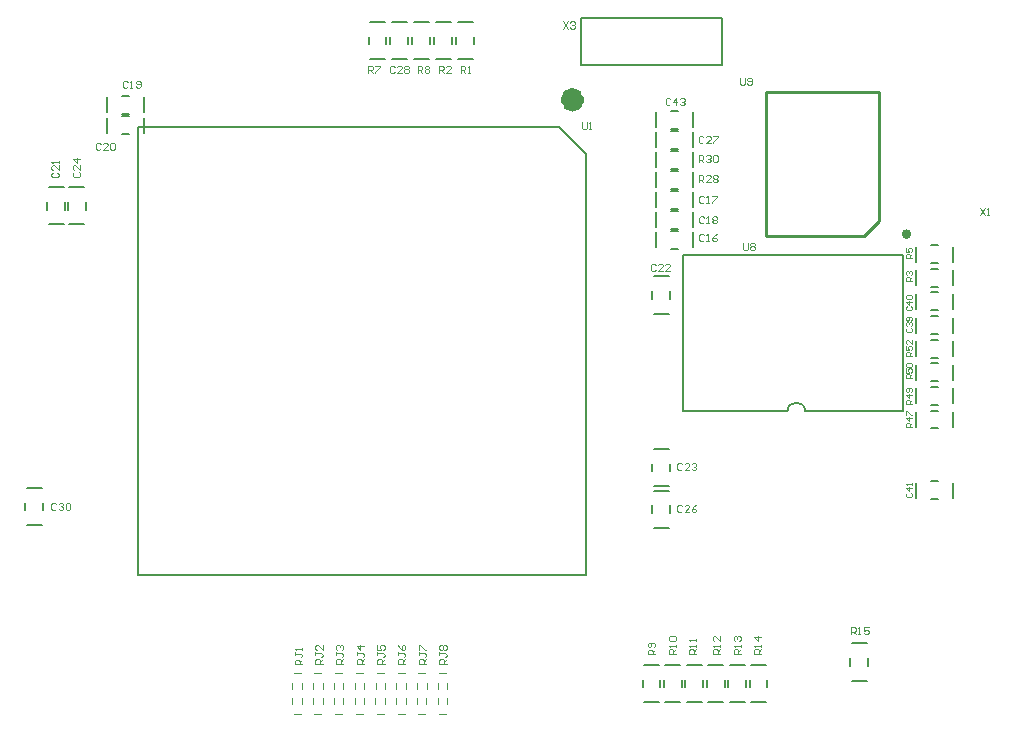
<source format=gto>
G04*
G04 #@! TF.GenerationSoftware,Altium Limited,Altium Designer,20.1.10 (176)*
G04*
G04 Layer_Color=439754*
%FSAX42Y42*%
%MOMM*%
G71*
G04*
G04 #@! TF.SameCoordinates,1BA63ED6-0030-4306-BA36-9B072EE6F18F*
G04*
G04*
G04 #@! TF.FilePolarity,Positive*
G04*
G01*
G75*
%ADD10C,0.15*%
%ADD11C,0.40*%
%ADD12C,1.00*%
%ADD13C,0.15*%
%ADD14C,0.25*%
%ADD15C,0.10*%
%ADD16C,0.20*%
D10*
X006802Y002678D02*
G03*
X006650Y002678I-000076J000000D01*
G01*
X005770D02*
Y003999D01*
X007630Y002678D02*
Y003999D01*
X005770D02*
X007630D01*
X006802Y002678D02*
X007630D01*
X005770D02*
X006650D01*
D11*
X007680Y004180D02*
G03*
X007680Y004180I-000020J000000D01*
G01*
D12*
X004880Y005317D02*
G03*
X004880Y005317I-000050J000000D01*
G01*
D13*
X008054Y001946D02*
Y002073D01*
X007736Y001946D02*
Y002073D01*
X007864Y001934D02*
X007927D01*
X007864Y002086D02*
X007927D01*
X008054Y003346D02*
Y003473D01*
X007736Y003346D02*
Y003473D01*
X007864Y003334D02*
X007927D01*
X007864Y003486D02*
X007927D01*
X008054Y002546D02*
Y002673D01*
X007736Y002546D02*
Y002673D01*
X007864Y002534D02*
X007927D01*
X007864Y002686D02*
X007927D01*
X008054Y003546D02*
Y003673D01*
X007736Y003546D02*
Y003673D01*
X007864Y003534D02*
X007927D01*
X007864Y003686D02*
X007927D01*
X007736Y003747D02*
Y003874D01*
X008054Y003747D02*
Y003874D01*
X007864Y003886D02*
X007927D01*
X007864Y003734D02*
X007927D01*
X007736Y003947D02*
Y004074D01*
X008054Y003947D02*
Y004074D01*
X007864Y004086D02*
X007927D01*
X007864Y003934D02*
X007927D01*
X008054Y002746D02*
Y002873D01*
X007736Y002746D02*
Y002873D01*
X007864Y002734D02*
X007927D01*
X007864Y002886D02*
X007927D01*
X008054Y003146D02*
Y003273D01*
X007736Y003146D02*
Y003273D01*
X007864Y003134D02*
X007927D01*
X007864Y003286D02*
X007927D01*
X007864Y003086D02*
X007927D01*
X007864Y002934D02*
X007927D01*
X007736Y002946D02*
Y003073D01*
X008054Y002946D02*
Y003073D01*
X005663Y005071D02*
X005727D01*
X005663Y005224D02*
X005727D01*
X005854Y005084D02*
Y005211D01*
X005537Y005084D02*
Y005211D01*
X000349Y001843D02*
Y001907D01*
X000196Y001843D02*
Y001907D01*
X000209Y002034D02*
X000336D01*
X000209Y001717D02*
X000336D01*
X003289Y005788D02*
Y005852D01*
X003442Y005788D02*
Y005852D01*
X003302Y005662D02*
X003429D01*
X003302Y005979D02*
X003429D01*
X005663Y004904D02*
X005726D01*
X005663Y005056D02*
X005726D01*
X005853Y004917D02*
Y005044D01*
X005536Y004917D02*
Y005044D01*
X005504Y001818D02*
Y001882D01*
X005656Y001818D02*
Y001882D01*
X005517Y001691D02*
X005644D01*
X005517Y002008D02*
X005644D01*
X000708Y004388D02*
Y004452D01*
X000556Y004388D02*
Y004452D01*
X000569Y004579D02*
X000696D01*
X000569Y004262D02*
X000696D01*
X005656Y002174D02*
Y002237D01*
X005504Y002174D02*
Y002237D01*
X005517Y002364D02*
X005644D01*
X005517Y002047D02*
X005644D01*
X005504Y003633D02*
Y003697D01*
X005656Y003633D02*
Y003697D01*
X005517Y003506D02*
X005644D01*
X005517Y003824D02*
X005644D01*
X000536Y004388D02*
Y004452D01*
X000384Y004388D02*
Y004452D01*
X000396Y004579D02*
X000524D01*
X000396Y004262D02*
X000524D01*
X001014Y005024D02*
X001077D01*
X001014Y005176D02*
X001077D01*
X001204Y005037D02*
Y005163D01*
X000886Y005037D02*
Y005163D01*
X001014Y005199D02*
X001077D01*
X001014Y005351D02*
X001077D01*
X001204Y005212D02*
Y005338D01*
X000886Y005212D02*
Y005338D01*
X005663Y004377D02*
X005726D01*
X005663Y004224D02*
X005726D01*
X005536Y004237D02*
Y004364D01*
X005853Y004237D02*
Y004364D01*
X005663Y004547D02*
X005726D01*
X005663Y004394D02*
X005726D01*
X005536Y004407D02*
Y004534D01*
X005853Y004407D02*
Y004534D01*
X005663Y004207D02*
X005726D01*
X005663Y004054D02*
X005726D01*
X005536Y004067D02*
Y004194D01*
X005853Y004067D02*
Y004194D01*
X007336Y000524D02*
Y000587D01*
X007184Y000524D02*
Y000587D01*
X007196Y000714D02*
X007324D01*
X007196Y000396D02*
X007324D01*
X005853Y004747D02*
Y004874D01*
X005536Y004747D02*
Y004874D01*
X005663Y004734D02*
X005726D01*
X005663Y004886D02*
X005726D01*
X005663Y004716D02*
X005726D01*
X005663Y004564D02*
X005726D01*
X005536Y004577D02*
Y004704D01*
X005853Y004577D02*
Y004704D01*
X004900Y005610D02*
X006100D01*
X004900D02*
Y006010D01*
X006100D01*
Y005610D02*
Y006010D01*
X003673Y005662D02*
X003800D01*
X003673Y005979D02*
X003800D01*
X003661Y005788D02*
Y005852D01*
X003813Y005788D02*
Y005852D01*
X003999Y005788D02*
Y005852D01*
X003846Y005788D02*
Y005852D01*
X003859Y005979D02*
X003986D01*
X003859Y005662D02*
X003986D01*
X003475Y005788D02*
Y005852D01*
X003627Y005788D02*
Y005852D01*
X003488Y005662D02*
X003615D01*
X003488Y005979D02*
X003615D01*
X005437Y000216D02*
X005563D01*
X005437Y000534D02*
X005563D01*
X005424Y000343D02*
Y000407D01*
X005576Y000343D02*
Y000407D01*
X005618Y000216D02*
X005745D01*
X005618Y000534D02*
X005745D01*
X005605Y000343D02*
Y000407D01*
X005757Y000343D02*
Y000407D01*
X003117Y005662D02*
X003244D01*
X003117Y005979D02*
X003244D01*
X003104Y005788D02*
Y005852D01*
X003256Y005788D02*
Y005852D01*
X005980Y000216D02*
X006107D01*
X005980Y000534D02*
X006107D01*
X005967Y000343D02*
Y000407D01*
X006120Y000343D02*
Y000407D01*
X006161Y000216D02*
X006288D01*
X006161Y000534D02*
X006288D01*
X006149Y000343D02*
Y000407D01*
X006301Y000343D02*
Y000407D01*
X006482Y000343D02*
Y000407D01*
X006330Y000343D02*
Y000407D01*
X006342Y000534D02*
X006469D01*
X006342Y000216D02*
X006469D01*
X005799D02*
X005926D01*
X005799Y000534D02*
X005926D01*
X005786Y000343D02*
Y000407D01*
X005939Y000343D02*
Y000407D01*
D14*
X007425Y004288D02*
Y005381D01*
X007298Y004161D02*
X007425Y004288D01*
X006472Y004161D02*
X007298D01*
X006472Y005381D02*
X007425D01*
X006472Y004161D02*
Y005381D01*
D15*
X003702Y000462D02*
X003762D01*
X003771Y000200D02*
Y000250D01*
X003691Y000200D02*
Y000250D01*
X003692Y000330D02*
Y000380D01*
X003772Y000330D02*
Y000380D01*
X003702Y000117D02*
X003762D01*
X003526Y000462D02*
X003586D01*
X003595Y000200D02*
Y000250D01*
X003515Y000200D02*
Y000250D01*
X003516Y000330D02*
Y000380D01*
X003596Y000330D02*
Y000380D01*
X003526Y000117D02*
X003586D01*
X003350Y000462D02*
X003410D01*
X003419Y000200D02*
Y000250D01*
X003339Y000200D02*
Y000250D01*
X003340Y000330D02*
Y000380D01*
X003420Y000330D02*
Y000380D01*
X003350Y000117D02*
X003410D01*
X003174Y000462D02*
X003234D01*
X003243Y000200D02*
Y000250D01*
X003163Y000200D02*
Y000250D01*
X003164Y000330D02*
Y000380D01*
X003244Y000330D02*
Y000380D01*
X003174Y000117D02*
X003234D01*
X002998Y000462D02*
X003058D01*
X003067Y000200D02*
Y000250D01*
X002987Y000200D02*
Y000250D01*
X002988Y000330D02*
Y000380D01*
X003068Y000330D02*
Y000380D01*
X002998Y000117D02*
X003058D01*
X002822Y000462D02*
X002882D01*
X002891Y000200D02*
Y000250D01*
X002811Y000200D02*
Y000250D01*
X002812Y000330D02*
Y000380D01*
X002892Y000330D02*
Y000380D01*
X002822Y000117D02*
X002882D01*
X002646D02*
X002706D01*
X002716Y000330D02*
Y000380D01*
X002636Y000330D02*
Y000380D01*
X002635Y000200D02*
Y000250D01*
X002715Y000200D02*
Y000250D01*
X002646Y000462D02*
X002706D01*
X002470D02*
X002530D01*
X002539Y000200D02*
Y000250D01*
X002459Y000200D02*
Y000250D01*
X002460Y000330D02*
Y000380D01*
X002540Y000330D02*
Y000380D01*
X002470Y000117D02*
X002530D01*
X004912Y005132D02*
Y005082D01*
X004922Y005072D01*
X004942D01*
X004952Y005082D01*
Y005132D01*
X004972Y005072D02*
X004992D01*
X004982D01*
Y005132D01*
X004972Y005122D01*
X003765Y000540D02*
X003705D01*
Y000570D01*
X003715Y000580D01*
X003735D01*
X003745Y000570D01*
Y000540D01*
Y000560D02*
X003765Y000580D01*
X003705Y000640D02*
Y000620D01*
Y000630D01*
X003755D01*
X003765Y000620D01*
Y000610D01*
X003755Y000600D01*
X003715Y000660D02*
X003705Y000670D01*
Y000690D01*
X003715Y000700D01*
X003725D01*
X003735Y000690D01*
X003745Y000700D01*
X003755D01*
X003765Y000690D01*
Y000670D01*
X003755Y000660D01*
X003745D01*
X003735Y000670D01*
X003725Y000660D01*
X003715D01*
X003735Y000670D02*
Y000690D01*
X003590Y000540D02*
X003530D01*
Y000570D01*
X003540Y000580D01*
X003560D01*
X003570Y000570D01*
Y000540D01*
Y000560D02*
X003590Y000580D01*
X003530Y000640D02*
Y000620D01*
Y000630D01*
X003580D01*
X003590Y000620D01*
Y000610D01*
X003580Y000600D01*
X003530Y000660D02*
Y000700D01*
X003540D01*
X003580Y000660D01*
X003590D01*
X003415Y000540D02*
X003355D01*
Y000570D01*
X003365Y000580D01*
X003385D01*
X003395Y000570D01*
Y000540D01*
Y000560D02*
X003415Y000580D01*
X003355Y000640D02*
Y000620D01*
Y000630D01*
X003405D01*
X003415Y000620D01*
Y000610D01*
X003405Y000600D01*
X003355Y000700D02*
X003365Y000680D01*
X003385Y000660D01*
X003405D01*
X003415Y000670D01*
Y000690D01*
X003405Y000700D01*
X003395D01*
X003385Y000690D01*
Y000660D01*
X003240Y000540D02*
X003180D01*
Y000570D01*
X003190Y000580D01*
X003210D01*
X003220Y000570D01*
Y000540D01*
Y000560D02*
X003240Y000580D01*
X003180Y000640D02*
Y000620D01*
Y000630D01*
X003230D01*
X003240Y000620D01*
Y000610D01*
X003230Y000600D01*
X003180Y000700D02*
Y000660D01*
X003210D01*
X003200Y000680D01*
Y000690D01*
X003210Y000700D01*
X003230D01*
X003240Y000690D01*
Y000670D01*
X003230Y000660D01*
X003065Y000540D02*
X003005D01*
Y000570D01*
X003015Y000580D01*
X003035D01*
X003045Y000570D01*
Y000540D01*
Y000560D02*
X003065Y000580D01*
X003005Y000640D02*
Y000620D01*
Y000630D01*
X003055D01*
X003065Y000620D01*
Y000610D01*
X003055Y000600D01*
X003065Y000690D02*
X003005D01*
X003035Y000660D01*
Y000700D01*
X002890Y000540D02*
X002830D01*
Y000570D01*
X002840Y000580D01*
X002860D01*
X002870Y000570D01*
Y000540D01*
Y000560D02*
X002890Y000580D01*
X002830Y000640D02*
Y000620D01*
Y000630D01*
X002880D01*
X002890Y000620D01*
Y000610D01*
X002880Y000600D01*
X002840Y000660D02*
X002830Y000670D01*
Y000690D01*
X002840Y000700D01*
X002850D01*
X002860Y000690D01*
Y000680D01*
Y000690D01*
X002870Y000700D01*
X002880D01*
X002890Y000690D01*
Y000670D01*
X002880Y000660D01*
X002715Y000540D02*
X002655D01*
Y000570D01*
X002665Y000580D01*
X002685D01*
X002695Y000570D01*
Y000540D01*
Y000560D02*
X002715Y000580D01*
X002655Y000640D02*
Y000620D01*
Y000630D01*
X002705D01*
X002715Y000620D01*
Y000610D01*
X002705Y000600D01*
X002715Y000700D02*
Y000660D01*
X002675Y000700D01*
X002665D01*
X002655Y000690D01*
Y000670D01*
X002665Y000660D01*
X002540Y000538D02*
X002480D01*
Y000568D01*
X002490Y000578D01*
X002510D01*
X002520Y000568D01*
Y000538D01*
Y000558D02*
X002540Y000578D01*
X002480Y000638D02*
Y000618D01*
Y000628D01*
X002530D01*
X002540Y000618D01*
Y000608D01*
X002530Y000598D01*
X002540Y000658D02*
Y000678D01*
Y000668D01*
X002480D01*
X002490Y000658D01*
X007706Y003978D02*
X007656D01*
Y004003D01*
X007665Y004012D01*
X007681D01*
X007690Y004003D01*
Y003978D01*
Y003995D02*
X007706Y004012D01*
X007656Y004062D02*
Y004028D01*
X007681D01*
X007673Y004045D01*
Y004053D01*
X007681Y004062D01*
X007698D01*
X007706Y004053D01*
Y004037D01*
X007698Y004028D01*
X007706Y003783D02*
X007656D01*
Y003808D01*
X007665Y003817D01*
X007681D01*
X007690Y003808D01*
Y003783D01*
Y003800D02*
X007706Y003817D01*
X007665Y003833D02*
X007656Y003842D01*
Y003858D01*
X007665Y003867D01*
X007673D01*
X007681Y003858D01*
Y003850D01*
Y003858D01*
X007690Y003867D01*
X007698D01*
X007706Y003858D01*
Y003842D01*
X007698Y003833D01*
X003100Y005545D02*
Y005605D01*
X003130D01*
X003140Y005595D01*
Y005575D01*
X003130Y005565D01*
X003100D01*
X003120D02*
X003140Y005545D01*
X003160Y005605D02*
X003200D01*
Y005595D01*
X003160Y005555D01*
Y005545D01*
X004750Y005980D02*
X004790Y005920D01*
Y005980D02*
X004750Y005920D01*
X004810Y005970D02*
X004820Y005980D01*
X004840D01*
X004850Y005970D01*
Y005960D01*
X004840Y005950D01*
X004830D01*
X004840D01*
X004850Y005940D01*
Y005930D01*
X004840Y005920D01*
X004820D01*
X004810Y005930D01*
X008280Y004400D02*
X008320Y004340D01*
Y004400D02*
X008280Y004340D01*
X008340D02*
X008360D01*
X008350D01*
Y004400D01*
X008340Y004390D01*
X006250Y005505D02*
Y005455D01*
X006260Y005445D01*
X006280D01*
X006290Y005455D01*
Y005505D01*
X006310Y005455D02*
X006320Y005445D01*
X006340D01*
X006350Y005455D01*
Y005495D01*
X006340Y005505D01*
X006320D01*
X006310Y005495D01*
Y005485D01*
X006320Y005475D01*
X006350D01*
X006275Y004105D02*
Y004055D01*
X006285Y004045D01*
X006305D01*
X006315Y004055D01*
Y004105D01*
X006335Y004095D02*
X006345Y004105D01*
X006365D01*
X006375Y004095D01*
Y004085D01*
X006365Y004075D01*
X006375Y004065D01*
Y004055D01*
X006365Y004045D01*
X006345D01*
X006335Y004055D01*
Y004065D01*
X006345Y004075D01*
X006335Y004085D01*
Y004095D01*
X006345Y004075D02*
X006365D01*
X007706Y003146D02*
X007656D01*
Y003171D01*
X007665Y003179D01*
X007681D01*
X007690Y003171D01*
Y003146D01*
Y003163D02*
X007706Y003179D01*
X007656Y003229D02*
Y003196D01*
X007681D01*
X007673Y003213D01*
Y003221D01*
X007681Y003229D01*
X007698D01*
X007706Y003221D01*
Y003204D01*
X007698Y003196D01*
X007706Y003279D02*
Y003246D01*
X007673Y003279D01*
X007665D01*
X007656Y003271D01*
Y003254D01*
X007665Y003246D01*
X007706Y002958D02*
X007656D01*
Y002983D01*
X007665Y002992D01*
X007681D01*
X007690Y002983D01*
Y002958D01*
Y002975D02*
X007706Y002992D01*
X007656Y003042D02*
Y003008D01*
X007681D01*
X007673Y003025D01*
Y003033D01*
X007681Y003042D01*
X007698D01*
X007706Y003033D01*
Y003017D01*
X007698Y003008D01*
X007665Y003058D02*
X007656Y003067D01*
Y003083D01*
X007665Y003092D01*
X007698D01*
X007706Y003083D01*
Y003067D01*
X007698Y003058D01*
X007665D01*
X007706Y002744D02*
X007656D01*
Y002769D01*
X007665Y002777D01*
X007681D01*
X007690Y002769D01*
Y002744D01*
Y002761D02*
X007706Y002777D01*
Y002819D02*
X007656D01*
X007681Y002794D01*
Y002827D01*
X007698Y002844D02*
X007706Y002852D01*
Y002869D01*
X007698Y002877D01*
X007665D01*
X007656Y002869D01*
Y002852D01*
X007665Y002844D01*
X007673D01*
X007681Y002852D01*
Y002877D01*
X007706Y002548D02*
X007656D01*
Y002573D01*
X007665Y002581D01*
X007681D01*
X007690Y002573D01*
Y002548D01*
Y002565D02*
X007706Y002581D01*
Y002623D02*
X007656D01*
X007681Y002598D01*
Y002631D01*
X007656Y002648D02*
Y002681D01*
X007665D01*
X007698Y002648D01*
X007706D01*
X005900Y004788D02*
Y004848D01*
X005930D01*
X005940Y004838D01*
Y004818D01*
X005930Y004808D01*
X005900D01*
X005920D02*
X005940Y004788D01*
X005960Y004838D02*
X005970Y004848D01*
X005990D01*
X006000Y004838D01*
Y004828D01*
X005990Y004818D01*
X005980D01*
X005990D01*
X006000Y004808D01*
Y004798D01*
X005990Y004788D01*
X005970D01*
X005960Y004798D01*
X006020Y004838D02*
X006030Y004848D01*
X006050D01*
X006060Y004838D01*
Y004798D01*
X006050Y004788D01*
X006030D01*
X006020Y004798D01*
Y004838D01*
X005900Y004620D02*
Y004680D01*
X005930D01*
X005940Y004670D01*
Y004650D01*
X005930Y004640D01*
X005900D01*
X005920D02*
X005940Y004620D01*
X006000D02*
X005960D01*
X006000Y004660D01*
Y004670D01*
X005990Y004680D01*
X005970D01*
X005960Y004670D01*
X006020D02*
X006030Y004680D01*
X006050D01*
X006060Y004670D01*
Y004660D01*
X006050Y004650D01*
X006060Y004640D01*
Y004630D01*
X006050Y004620D01*
X006030D01*
X006020Y004630D01*
Y004640D01*
X006030Y004650D01*
X006020Y004660D01*
Y004670D01*
X006030Y004650D02*
X006050D01*
X007188Y000792D02*
Y000852D01*
X007218D01*
X007228Y000842D01*
Y000822D01*
X007218Y000812D01*
X007188D01*
X007208D02*
X007228Y000792D01*
X007248D02*
X007268D01*
X007258D01*
Y000852D01*
X007248Y000842D01*
X007338Y000852D02*
X007298D01*
Y000822D01*
X007318Y000832D01*
X007328D01*
X007338Y000822D01*
Y000802D01*
X007328Y000792D01*
X007308D01*
X007298Y000802D01*
X006430Y000625D02*
X006370D01*
Y000655D01*
X006380Y000665D01*
X006400D01*
X006410Y000655D01*
Y000625D01*
Y000645D02*
X006430Y000665D01*
Y000685D02*
Y000705D01*
Y000695D01*
X006370D01*
X006380Y000685D01*
X006430Y000765D02*
X006370D01*
X006400Y000735D01*
Y000775D01*
X006255Y000625D02*
X006195D01*
Y000655D01*
X006205Y000665D01*
X006225D01*
X006235Y000655D01*
Y000625D01*
Y000645D02*
X006255Y000665D01*
Y000685D02*
Y000705D01*
Y000695D01*
X006195D01*
X006205Y000685D01*
Y000735D02*
X006195Y000745D01*
Y000765D01*
X006205Y000775D01*
X006215D01*
X006225Y000765D01*
Y000755D01*
Y000765D01*
X006235Y000775D01*
X006245D01*
X006255Y000765D01*
Y000745D01*
X006245Y000735D01*
X006080Y000625D02*
X006020D01*
Y000655D01*
X006030Y000665D01*
X006050D01*
X006060Y000655D01*
Y000625D01*
Y000645D02*
X006080Y000665D01*
Y000685D02*
Y000705D01*
Y000695D01*
X006020D01*
X006030Y000685D01*
X006080Y000775D02*
Y000735D01*
X006040Y000775D01*
X006030D01*
X006020Y000765D01*
Y000745D01*
X006030Y000735D01*
X005880Y000623D02*
X005820D01*
Y000653D01*
X005830Y000663D01*
X005850D01*
X005860Y000653D01*
Y000623D01*
Y000643D02*
X005880Y000663D01*
Y000683D02*
Y000703D01*
Y000693D01*
X005820D01*
X005830Y000683D01*
X005880Y000733D02*
Y000753D01*
Y000743D01*
X005820D01*
X005830Y000733D01*
X005705Y000625D02*
X005645D01*
Y000655D01*
X005655Y000665D01*
X005675D01*
X005685Y000655D01*
Y000625D01*
Y000645D02*
X005705Y000665D01*
Y000685D02*
Y000705D01*
Y000695D01*
X005645D01*
X005655Y000685D01*
Y000735D02*
X005645Y000745D01*
Y000765D01*
X005655Y000775D01*
X005695D01*
X005705Y000765D01*
Y000745D01*
X005695Y000735D01*
X005655D01*
X005530Y000621D02*
X005470D01*
Y000651D01*
X005480Y000661D01*
X005500D01*
X005510Y000651D01*
Y000621D01*
Y000641D02*
X005530Y000661D01*
X005520Y000681D02*
X005530Y000691D01*
Y000711D01*
X005520Y000721D01*
X005480D01*
X005470Y000711D01*
Y000691D01*
X005480Y000681D01*
X005490D01*
X005500Y000691D01*
Y000721D01*
X003520Y005545D02*
Y005605D01*
X003550D01*
X003560Y005595D01*
Y005575D01*
X003550Y005565D01*
X003520D01*
X003540D02*
X003560Y005545D01*
X003580Y005595D02*
X003590Y005605D01*
X003610D01*
X003620Y005595D01*
Y005585D01*
X003610Y005575D01*
X003620Y005565D01*
Y005555D01*
X003610Y005545D01*
X003590D01*
X003580Y005555D01*
Y005565D01*
X003590Y005575D01*
X003580Y005585D01*
Y005595D01*
X003590Y005575D02*
X003610D01*
X003700Y005545D02*
Y005605D01*
X003730D01*
X003740Y005595D01*
Y005575D01*
X003730Y005565D01*
X003700D01*
X003720D02*
X003740Y005545D01*
X003800D02*
X003760D01*
X003800Y005585D01*
Y005595D01*
X003790Y005605D01*
X003770D01*
X003760Y005595D01*
X003885Y005545D02*
Y005605D01*
X003915D01*
X003925Y005595D01*
Y005575D01*
X003915Y005565D01*
X003885D01*
X003905D02*
X003925Y005545D01*
X003945D02*
X003965D01*
X003955D01*
Y005605D01*
X003945Y005595D01*
X005660Y005320D02*
X005650Y005330D01*
X005630D01*
X005620Y005320D01*
Y005280D01*
X005630Y005270D01*
X005650D01*
X005660Y005280D01*
X005710Y005270D02*
Y005330D01*
X005680Y005300D01*
X005720D01*
X005740Y005320D02*
X005750Y005330D01*
X005770D01*
X005780Y005320D01*
Y005310D01*
X005770Y005300D01*
X005760D01*
X005770D01*
X005780Y005290D01*
Y005280D01*
X005770Y005270D01*
X005750D01*
X005740Y005280D01*
X007665Y001990D02*
X007656Y001982D01*
Y001965D01*
X007665Y001957D01*
X007698D01*
X007706Y001965D01*
Y001982D01*
X007698Y001990D01*
X007706Y002032D02*
X007656D01*
X007681Y002007D01*
Y002040D01*
X007706Y002057D02*
Y002073D01*
Y002065D01*
X007656D01*
X007665Y002057D01*
Y003567D02*
X007656Y003558D01*
Y003542D01*
X007665Y003533D01*
X007698D01*
X007706Y003542D01*
Y003558D01*
X007698Y003567D01*
X007706Y003608D02*
X007656D01*
X007681Y003583D01*
Y003617D01*
X007665Y003633D02*
X007656Y003642D01*
Y003658D01*
X007665Y003667D01*
X007698D01*
X007706Y003658D01*
Y003642D01*
X007698Y003633D01*
X007665D01*
X007665Y003382D02*
X007656Y003373D01*
Y003357D01*
X007665Y003348D01*
X007698D01*
X007706Y003357D01*
Y003373D01*
X007698Y003382D01*
X007665Y003398D02*
X007656Y003407D01*
Y003423D01*
X007665Y003432D01*
X007673D01*
X007681Y003423D01*
Y003415D01*
Y003423D01*
X007690Y003432D01*
X007698D01*
X007706Y003423D01*
Y003407D01*
X007698Y003398D01*
Y003448D02*
X007706Y003457D01*
Y003473D01*
X007698Y003482D01*
X007665D01*
X007656Y003473D01*
Y003457D01*
X007665Y003448D01*
X007673D01*
X007681Y003457D01*
Y003482D01*
X000460Y001895D02*
X000450Y001905D01*
X000430D01*
X000420Y001895D01*
Y001855D01*
X000430Y001845D01*
X000450D01*
X000460Y001855D01*
X000480Y001895D02*
X000490Y001905D01*
X000510D01*
X000520Y001895D01*
Y001885D01*
X000510Y001875D01*
X000500D01*
X000510D01*
X000520Y001865D01*
Y001855D01*
X000510Y001845D01*
X000490D01*
X000480Y001855D01*
X000540Y001895D02*
X000550Y001905D01*
X000570D01*
X000580Y001895D01*
Y001855D01*
X000570Y001845D01*
X000550D01*
X000540Y001855D01*
Y001895D01*
X003325Y005595D02*
X003315Y005605D01*
X003295D01*
X003285Y005595D01*
Y005555D01*
X003295Y005545D01*
X003315D01*
X003325Y005555D01*
X003385Y005545D02*
X003345D01*
X003385Y005585D01*
Y005595D01*
X003375Y005605D01*
X003355D01*
X003345Y005595D01*
X003405D02*
X003415Y005605D01*
X003435D01*
X003445Y005595D01*
Y005585D01*
X003435Y005575D01*
X003445Y005565D01*
Y005555D01*
X003435Y005545D01*
X003415D01*
X003405Y005555D01*
Y005565D01*
X003415Y005575D01*
X003405Y005585D01*
Y005595D01*
X003415Y005575D02*
X003435D01*
X005940Y004999D02*
X005930Y005009D01*
X005910D01*
X005900Y004999D01*
Y004959D01*
X005910Y004949D01*
X005930D01*
X005940Y004959D01*
X006000Y004949D02*
X005960D01*
X006000Y004989D01*
Y004999D01*
X005990Y005009D01*
X005970D01*
X005960Y004999D01*
X006020Y005009D02*
X006060D01*
Y004999D01*
X006020Y004959D01*
Y004949D01*
X005760Y001876D02*
X005750Y001886D01*
X005730D01*
X005720Y001876D01*
Y001836D01*
X005730Y001826D01*
X005750D01*
X005760Y001836D01*
X005820Y001826D02*
X005780D01*
X005820Y001866D01*
Y001876D01*
X005810Y001886D01*
X005790D01*
X005780Y001876D01*
X005880Y001886D02*
X005860Y001876D01*
X005840Y001856D01*
Y001836D01*
X005850Y001826D01*
X005870D01*
X005880Y001836D01*
Y001846D01*
X005870Y001856D01*
X005840D01*
X000613Y004703D02*
X000603Y004693D01*
Y004673D01*
X000613Y004663D01*
X000653D01*
X000663Y004673D01*
Y004693D01*
X000653Y004703D01*
X000663Y004763D02*
Y004723D01*
X000623Y004763D01*
X000613D01*
X000603Y004753D01*
Y004733D01*
X000613Y004723D01*
X000663Y004813D02*
X000603D01*
X000633Y004783D01*
Y004823D01*
X005760Y002230D02*
X005750Y002240D01*
X005730D01*
X005720Y002230D01*
Y002190D01*
X005730Y002180D01*
X005750D01*
X005760Y002190D01*
X005820Y002180D02*
X005780D01*
X005820Y002220D01*
Y002230D01*
X005810Y002240D01*
X005790D01*
X005780Y002230D01*
X005840D02*
X005850Y002240D01*
X005870D01*
X005880Y002230D01*
Y002220D01*
X005870Y002210D01*
X005860D01*
X005870D01*
X005880Y002200D01*
Y002190D01*
X005870Y002180D01*
X005850D01*
X005840Y002190D01*
X005535Y003920D02*
X005525Y003930D01*
X005505D01*
X005495Y003920D01*
Y003880D01*
X005505Y003870D01*
X005525D01*
X005535Y003880D01*
X005595Y003870D02*
X005555D01*
X005595Y003910D01*
Y003920D01*
X005585Y003930D01*
X005565D01*
X005555Y003920D01*
X005655Y003870D02*
X005615D01*
X005655Y003910D01*
Y003920D01*
X005645Y003930D01*
X005625D01*
X005615Y003920D01*
X000430Y004701D02*
X000420Y004691D01*
Y004671D01*
X000430Y004661D01*
X000470D01*
X000480Y004671D01*
Y004691D01*
X000470Y004701D01*
X000480Y004761D02*
Y004721D01*
X000440Y004761D01*
X000430D01*
X000420Y004751D01*
Y004731D01*
X000430Y004721D01*
X000480Y004781D02*
Y004801D01*
Y004791D01*
X000420D01*
X000430Y004781D01*
X000835Y004945D02*
X000825Y004955D01*
X000805D01*
X000795Y004945D01*
Y004905D01*
X000805Y004895D01*
X000825D01*
X000835Y004905D01*
X000895Y004895D02*
X000855D01*
X000895Y004935D01*
Y004945D01*
X000885Y004955D01*
X000865D01*
X000855Y004945D01*
X000915D02*
X000925Y004955D01*
X000945D01*
X000955Y004945D01*
Y004905D01*
X000945Y004895D01*
X000925D01*
X000915Y004905D01*
Y004945D01*
X001065Y005470D02*
X001055Y005480D01*
X001035D01*
X001025Y005470D01*
Y005430D01*
X001035Y005420D01*
X001055D01*
X001065Y005430D01*
X001085Y005420D02*
X001105D01*
X001095D01*
Y005480D01*
X001085Y005470D01*
X001135Y005430D02*
X001145Y005420D01*
X001165D01*
X001175Y005430D01*
Y005470D01*
X001165Y005480D01*
X001145D01*
X001135Y005470D01*
Y005460D01*
X001145Y005450D01*
X001175D01*
X005945Y004320D02*
X005935Y004330D01*
X005915D01*
X005905Y004320D01*
Y004280D01*
X005915Y004270D01*
X005935D01*
X005945Y004280D01*
X005965Y004270D02*
X005985D01*
X005975D01*
Y004330D01*
X005965Y004320D01*
X006015D02*
X006025Y004330D01*
X006045D01*
X006055Y004320D01*
Y004310D01*
X006045Y004300D01*
X006055Y004290D01*
Y004280D01*
X006045Y004270D01*
X006025D01*
X006015Y004280D01*
Y004290D01*
X006025Y004300D01*
X006015Y004310D01*
Y004320D01*
X006025Y004300D02*
X006045D01*
X005945Y004495D02*
X005935Y004505D01*
X005915D01*
X005905Y004495D01*
Y004455D01*
X005915Y004445D01*
X005935D01*
X005945Y004455D01*
X005965Y004445D02*
X005985D01*
X005975D01*
Y004505D01*
X005965Y004495D01*
X006015Y004505D02*
X006055D01*
Y004495D01*
X006015Y004455D01*
Y004445D01*
X005945Y004170D02*
X005935Y004180D01*
X005915D01*
X005905Y004170D01*
Y004130D01*
X005915Y004120D01*
X005935D01*
X005945Y004130D01*
X005965Y004120D02*
X005985D01*
X005975D01*
Y004180D01*
X005965Y004170D01*
X006055Y004180D02*
X006035Y004170D01*
X006015Y004150D01*
Y004130D01*
X006025Y004120D01*
X006045D01*
X006055Y004130D01*
Y004140D01*
X006045Y004150D01*
X006015D01*
D16*
X004713Y005088D02*
X004942Y004860D01*
Y001295D02*
Y004860D01*
X001149Y001295D02*
X004942D01*
X001149D02*
Y005088D01*
X004713D01*
M02*

</source>
